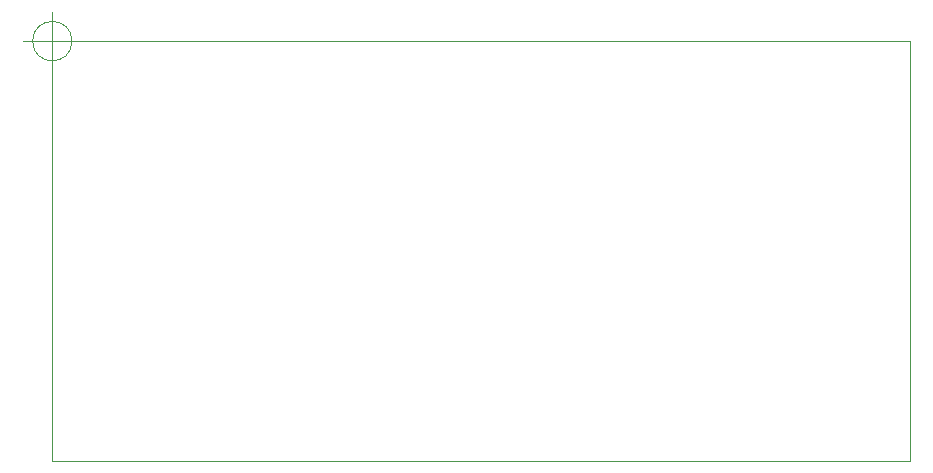
<source format=gbr>
G04 #@! TF.GenerationSoftware,KiCad,Pcbnew,(5.0.0-rc2-dev-586-g888c43477)*
G04 #@! TF.CreationDate,2018-06-03T13:56:12-03:00*
G04 #@! TF.ProjectId,Signal,5369676E616C2E6B696361645F706362,rev?*
G04 #@! TF.SameCoordinates,Original*
G04 #@! TF.FileFunction,Profile,NP*
%FSLAX46Y46*%
G04 Gerber Fmt 4.6, Leading zero omitted, Abs format (unit mm)*
G04 Created by KiCad (PCBNEW (5.0.0-rc2-dev-586-g888c43477)) date 06/03/18 13:56:12*
%MOMM*%
%LPD*%
G01*
G04 APERTURE LIST*
%ADD10C,0.100000*%
G04 APERTURE END LIST*
D10*
X12446000Y-11938000D02*
X85090000Y-11938000D01*
X14112666Y-11938000D02*
G75*
G03X14112666Y-11938000I-1666666J0D01*
G01*
X9946000Y-11938000D02*
X14946000Y-11938000D01*
X12446000Y-9438000D02*
X12446000Y-14438000D01*
X12446000Y-47498000D02*
X12446000Y-11938000D01*
X85090000Y-47498000D02*
X12446000Y-47498000D01*
X85090000Y-11938000D02*
X85090000Y-47498000D01*
M02*

</source>
